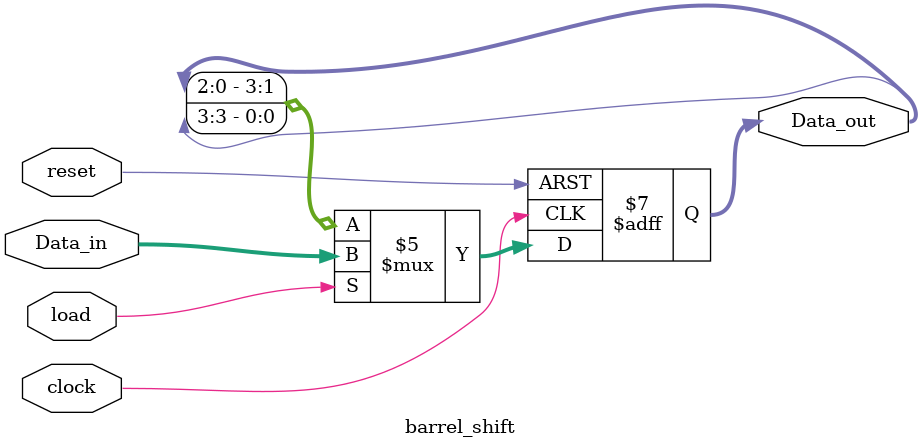
<source format=v>


module barrel_shift #(parameter word_size = 4) (
    output reg [word_size-1:0] Data_out,
    input      [word_size-1:0] Data_in,
    input load, clock, reset
);
    // 桶型移位暫存器: left shift+環形
    always @(posedge clock, posedge reset) begin
        if (reset==1'b1)     Data_out <= { word_size{1'b0} };
        else if (load==1'b1) Data_out <= Data_in;
        else                 Data_out <= { Data_out[word_size-2:0], Data_out[word_size-1] };
    end
endmodule
</source>
